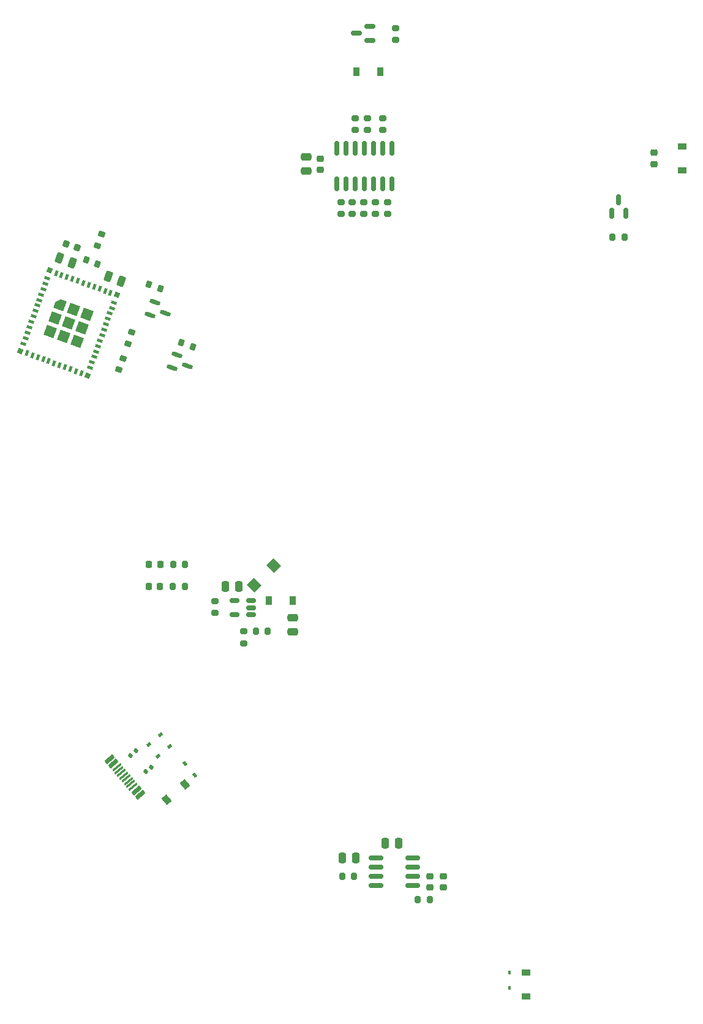
<source format=gbp>
G04 #@! TF.GenerationSoftware,KiCad,Pcbnew,6.0.11-2627ca5db0~126~ubuntu20.04.1*
G04 #@! TF.CreationDate,2023-02-06T20:23:24+01:00*
G04 #@! TF.ProjectId,Semafor,53656d61-666f-4722-9e6b-696361645f70,rev?*
G04 #@! TF.SameCoordinates,Original*
G04 #@! TF.FileFunction,Paste,Bot*
G04 #@! TF.FilePolarity,Positive*
%FSLAX46Y46*%
G04 Gerber Fmt 4.6, Leading zero omitted, Abs format (unit mm)*
G04 Created by KiCad (PCBNEW 6.0.11-2627ca5db0~126~ubuntu20.04.1) date 2023-02-06 20:23:24*
%MOMM*%
%LPD*%
G01*
G04 APERTURE LIST*
G04 Aperture macros list*
%AMRoundRect*
0 Rectangle with rounded corners*
0 $1 Rounding radius*
0 $2 $3 $4 $5 $6 $7 $8 $9 X,Y pos of 4 corners*
0 Add a 4 corners polygon primitive as box body*
4,1,4,$2,$3,$4,$5,$6,$7,$8,$9,$2,$3,0*
0 Add four circle primitives for the rounded corners*
1,1,$1+$1,$2,$3*
1,1,$1+$1,$4,$5*
1,1,$1+$1,$6,$7*
1,1,$1+$1,$8,$9*
0 Add four rect primitives between the rounded corners*
20,1,$1+$1,$2,$3,$4,$5,0*
20,1,$1+$1,$4,$5,$6,$7,0*
20,1,$1+$1,$6,$7,$8,$9,0*
20,1,$1+$1,$8,$9,$2,$3,0*%
%AMRotRect*
0 Rectangle, with rotation*
0 The origin of the aperture is its center*
0 $1 length*
0 $2 width*
0 $3 Rotation angle, in degrees counterclockwise*
0 Add horizontal line*
21,1,$1,$2,0,0,$3*%
%AMOutline5P*
0 Free polygon, 5 corners , with rotation*
0 The origin of the aperture is its center*
0 number of corners: always 5*
0 $1 to $10 corner X, Y*
0 $11 Rotation angle, in degrees counterclockwise*
0 create outline with 5 corners*
4,1,5,$1,$2,$3,$4,$5,$6,$7,$8,$9,$10,$1,$2,$11*%
%AMOutline6P*
0 Free polygon, 6 corners , with rotation*
0 The origin of the aperture is its center*
0 number of corners: always 6*
0 $1 to $12 corner X, Y*
0 $13 Rotation angle, in degrees counterclockwise*
0 create outline with 6 corners*
4,1,6,$1,$2,$3,$4,$5,$6,$7,$8,$9,$10,$11,$12,$1,$2,$13*%
%AMOutline7P*
0 Free polygon, 7 corners , with rotation*
0 The origin of the aperture is its center*
0 number of corners: always 7*
0 $1 to $14 corner X, Y*
0 $15 Rotation angle, in degrees counterclockwise*
0 create outline with 7 corners*
4,1,7,$1,$2,$3,$4,$5,$6,$7,$8,$9,$10,$11,$12,$13,$14,$1,$2,$15*%
%AMOutline8P*
0 Free polygon, 8 corners , with rotation*
0 The origin of the aperture is its center*
0 number of corners: always 8*
0 $1 to $16 corner X, Y*
0 $17 Rotation angle, in degrees counterclockwise*
0 create outline with 8 corners*
4,1,8,$1,$2,$3,$4,$5,$6,$7,$8,$9,$10,$11,$12,$13,$14,$15,$16,$1,$2,$17*%
G04 Aperture macros list end*
%ADD10RoundRect,0.200000X-0.275000X0.200000X-0.275000X-0.200000X0.275000X-0.200000X0.275000X0.200000X0*%
%ADD11R,0.900000X1.200000*%
%ADD12R,1.200000X0.900000*%
%ADD13RotRect,0.600000X0.450000X310.000000*%
%ADD14RoundRect,0.225000X0.296936X0.157969X-0.125926X0.311878X-0.296936X-0.157969X0.125926X-0.311878X0*%
%ADD15RoundRect,0.200000X0.200000X0.275000X-0.200000X0.275000X-0.200000X-0.275000X0.200000X-0.275000X0*%
%ADD16RoundRect,0.250000X-0.397383X-0.360849X0.072464X-0.531859X0.397383X0.360849X-0.072464X0.531859X0*%
%ADD17RoundRect,0.218750X0.218750X0.256250X-0.218750X0.256250X-0.218750X-0.256250X0.218750X-0.256250X0*%
%ADD18RoundRect,0.150000X0.150000X-0.587500X0.150000X0.587500X-0.150000X0.587500X-0.150000X-0.587500X0*%
%ADD19RoundRect,0.150000X-0.603372X0.059983X0.500766X-0.341891X0.603372X-0.059983X-0.500766X0.341891X0*%
%ADD20RoundRect,0.250000X0.397383X0.360849X-0.072464X0.531859X-0.397383X-0.360849X0.072464X-0.531859X0*%
%ADD21RotRect,0.600000X0.450000X220.000000*%
%ADD22RoundRect,0.250000X-0.475000X0.250000X-0.475000X-0.250000X0.475000X-0.250000X0.475000X0.250000X0*%
%ADD23RoundRect,0.200000X-0.281994X-0.190011X0.093883X-0.326819X0.281994X0.190011X-0.093883X0.326819X0*%
%ADD24RoundRect,0.218750X-0.256250X0.218750X-0.256250X-0.218750X0.256250X-0.218750X0.256250X0.218750X0*%
%ADD25RoundRect,0.200000X0.275000X-0.200000X0.275000X0.200000X-0.275000X0.200000X-0.275000X-0.200000X0*%
%ADD26RotRect,0.600000X1.450000X130.000000*%
%ADD27RotRect,0.300000X1.450000X130.000000*%
%ADD28RoundRect,0.200000X-0.200000X-0.275000X0.200000X-0.275000X0.200000X0.275000X-0.200000X0.275000X0*%
%ADD29RoundRect,0.200000X-0.190011X0.281994X-0.326819X-0.093883X0.190011X-0.281994X0.326819X0.093883X0*%
%ADD30R,0.450000X0.600000*%
%ADD31RoundRect,0.150000X-0.150000X0.825000X-0.150000X-0.825000X0.150000X-0.825000X0.150000X0.825000X0*%
%ADD32RoundRect,0.225000X-0.250000X0.225000X-0.250000X-0.225000X0.250000X-0.225000X0.250000X0.225000X0*%
%ADD33RotRect,0.800000X0.400000X250.000000*%
%ADD34RotRect,0.800000X0.400000X160.000000*%
%ADD35RotRect,1.450000X1.450000X250.000000*%
%ADD36Outline5P,-0.725000X0.725000X0.725000X0.725000X0.725000X-0.725000X-0.125004X-0.725000X-0.725000X-0.125004X250.000000*%
%ADD37RotRect,0.700000X0.700000X250.000000*%
%ADD38RoundRect,0.150000X0.587500X0.150000X-0.587500X0.150000X-0.587500X-0.150000X0.587500X-0.150000X0*%
%ADD39RoundRect,0.135000X0.015500X-0.228495X0.222332X-0.054942X-0.015500X0.228495X-0.222332X0.054942X0*%
%ADD40RoundRect,0.250000X0.250000X0.475000X-0.250000X0.475000X-0.250000X-0.475000X0.250000X-0.475000X0*%
%ADD41RoundRect,0.150000X0.512500X0.150000X-0.512500X0.150000X-0.512500X-0.150000X0.512500X-0.150000X0*%
%ADD42RoundRect,0.162500X-0.825000X-0.162500X0.825000X-0.162500X0.825000X0.162500X-0.825000X0.162500X0*%
%ADD43RoundRect,0.250000X-0.250000X-0.475000X0.250000X-0.475000X0.250000X0.475000X-0.250000X0.475000X0*%
%ADD44RotRect,0.900000X1.200000X220.000000*%
%ADD45RotRect,1.500000X1.400000X135.000000*%
G04 APERTURE END LIST*
D10*
G04 #@! TO.C,R17*
X-119750000Y148750000D03*
X-119750000Y147100000D03*
G04 #@! TD*
G04 #@! TO.C,R18*
X-115950000Y148725000D03*
X-115950000Y147075000D03*
G04 #@! TD*
D11*
G04 #@! TO.C,D17*
X-128362500Y82075000D03*
X-131662500Y82075000D03*
G04 #@! TD*
D12*
G04 #@! TO.C,D23*
X-96100000Y30700000D03*
X-96100000Y27400000D03*
G04 #@! TD*
D13*
G04 #@! TO.C,D18*
X-143274927Y59604347D03*
X-141925073Y57995653D03*
G04 #@! TD*
D14*
G04 #@! TO.C,C9*
X-158230798Y130834244D03*
X-159687322Y131364376D03*
G04 #@! TD*
D15*
G04 #@! TO.C,R15*
X-82550595Y132275000D03*
X-84200595Y132275000D03*
G04 #@! TD*
D10*
G04 #@! TO.C,R16*
X-118050000Y148725000D03*
X-118050000Y147075000D03*
G04 #@! TD*
G04 #@! TO.C,R23*
X-116950000Y137125000D03*
X-116950000Y135475000D03*
G04 #@! TD*
D16*
G04 #@! TO.C,C2*
X-153851768Y126874229D03*
X-152066352Y126224391D03*
G04 #@! TD*
D17*
G04 #@! TO.C,D16*
X-146737500Y84025000D03*
X-148312500Y84025000D03*
G04 #@! TD*
D18*
G04 #@! TO.C,Q4*
X-82375595Y135612500D03*
X-84275595Y135612500D03*
X-83325595Y137487500D03*
G04 #@! TD*
D19*
G04 #@! TO.C,Q1*
X-148114941Y121527246D03*
X-147465103Y123312662D03*
X-146028098Y121778666D03*
G04 #@! TD*
D15*
G04 #@! TO.C,R8*
X-119900000Y43975000D03*
X-121550000Y43975000D03*
G04 #@! TD*
D20*
G04 #@! TO.C,C8*
X-158866352Y128774391D03*
X-160651768Y129424229D03*
G04 #@! TD*
D10*
G04 #@! TO.C,R22*
X-120150000Y137125000D03*
X-120150000Y135475000D03*
G04 #@! TD*
D21*
G04 #@! TO.C,D19*
X-146695653Y63549927D03*
X-148304347Y62200073D03*
G04 #@! TD*
D22*
G04 #@! TO.C,C14*
X-128387500Y79700000D03*
X-128387500Y77800000D03*
G04 #@! TD*
D23*
G04 #@! TO.C,R25*
X-143784306Y117731477D03*
X-142233814Y117167143D03*
G04 #@! TD*
D24*
G04 #@! TO.C,D14*
X-109425000Y44000000D03*
X-109425000Y42425000D03*
G04 #@! TD*
D25*
G04 #@! TO.C,R9*
X-135187500Y76200000D03*
X-135187500Y77850000D03*
G04 #@! TD*
D26*
G04 #@! TO.C,J1*
X-149512290Y55210431D03*
X-150026521Y55823267D03*
D27*
X-150797866Y56742520D03*
X-151440653Y57508565D03*
X-151762047Y57891587D03*
X-152404835Y58657631D03*
D26*
X-153176180Y59576885D03*
X-153690410Y60189720D03*
X-153690410Y60189720D03*
X-153176180Y59576885D03*
D27*
X-152726229Y59040654D03*
X-152083441Y58274609D03*
X-151119260Y57125543D03*
X-150476472Y56359498D03*
D26*
X-150026521Y55823267D03*
X-149512290Y55210431D03*
G04 #@! TD*
D24*
G04 #@! TO.C,D13*
X-107575000Y44012500D03*
X-107575000Y42437500D03*
G04 #@! TD*
D28*
G04 #@! TO.C,R11*
X-144937500Y87050000D03*
X-143287500Y87050000D03*
G04 #@! TD*
D11*
G04 #@! TO.C,D21*
X-116325000Y155170000D03*
X-119625000Y155170000D03*
G04 #@! TD*
D10*
G04 #@! TO.C,R14*
X-114175000Y161170000D03*
X-114175000Y159520000D03*
G04 #@! TD*
D29*
G04 #@! TO.C,R1*
X-150626893Y119149556D03*
X-151191227Y117599064D03*
G04 #@! TD*
D30*
G04 #@! TO.C,D25*
X-98400000Y28600000D03*
X-98400000Y30700000D03*
G04 #@! TD*
D31*
G04 #@! TO.C,U5*
X-122310000Y144575000D03*
X-121040000Y144575000D03*
X-119770000Y144575000D03*
X-118500000Y144575000D03*
X-117230000Y144575000D03*
X-115960000Y144575000D03*
X-114690000Y144575000D03*
X-114690000Y139625000D03*
X-115960000Y139625000D03*
X-117230000Y139625000D03*
X-118500000Y139625000D03*
X-119770000Y139625000D03*
X-121040000Y139625000D03*
X-122310000Y139625000D03*
G04 #@! TD*
D32*
G04 #@! TO.C,C4*
X-124550000Y143124286D03*
X-124550000Y141574286D03*
G04 #@! TD*
D33*
G04 #@! TO.C,U1*
X-161112742Y127338122D03*
X-160360988Y127064506D03*
X-159609233Y126790890D03*
X-158857479Y126517274D03*
X-158105725Y126243658D03*
X-157353971Y125970041D03*
X-156602217Y125696425D03*
X-155850463Y125422809D03*
X-155098709Y125149193D03*
X-154346955Y124875577D03*
X-153595201Y124601961D03*
D34*
X-153125699Y123260481D03*
X-153399316Y122508727D03*
X-153672932Y121756973D03*
X-153946548Y121005219D03*
X-154220164Y120253464D03*
X-154493780Y119501710D03*
X-154767396Y118749956D03*
X-155041012Y117998202D03*
X-155314628Y117246448D03*
X-155588245Y116494694D03*
X-155861861Y115742940D03*
X-156135477Y114991186D03*
X-156409093Y114239432D03*
D33*
X-157631038Y113513588D03*
X-158382792Y113787204D03*
X-159134547Y114060820D03*
X-159886301Y114334436D03*
X-160638055Y114608052D03*
X-161389809Y114881669D03*
X-162141563Y115155285D03*
X-162893317Y115428901D03*
X-163645071Y115702517D03*
X-164396825Y115976133D03*
X-165148579Y116249749D03*
D34*
X-165618081Y117591229D03*
X-165344464Y118342983D03*
X-165070848Y119094737D03*
X-164797232Y119846491D03*
X-164523616Y120598246D03*
X-164250000Y121350000D03*
X-163976384Y122101754D03*
X-163702768Y122853508D03*
X-163429152Y123605262D03*
X-163155535Y124357016D03*
X-162881919Y125108770D03*
X-162608303Y125860524D03*
X-162334687Y126612278D03*
D35*
X-159371890Y120425855D03*
X-161903273Y119245452D03*
X-161227783Y121101345D03*
X-160047380Y118569962D03*
X-158191487Y117894472D03*
X-157515997Y119750365D03*
X-158696400Y122281748D03*
X-156840507Y121606258D03*
D36*
X-160552293Y122957238D03*
D37*
X-166058388Y116527684D03*
X-156755431Y113141684D03*
X-152685392Y124324026D03*
X-161988349Y127710026D03*
G04 #@! TD*
D23*
G04 #@! TO.C,R4*
X-148259306Y125731477D03*
X-146708814Y125167143D03*
G04 #@! TD*
D22*
G04 #@! TO.C,C3*
X-126500000Y143349286D03*
X-126500000Y141449286D03*
G04 #@! TD*
D10*
G04 #@! TO.C,R13*
X-139162500Y82025000D03*
X-139162500Y80375000D03*
G04 #@! TD*
D28*
G04 #@! TO.C,R10*
X-133512500Y77875000D03*
X-131862500Y77875000D03*
G04 #@! TD*
D38*
G04 #@! TO.C,Q3*
X-117737500Y161395000D03*
X-117737500Y159495000D03*
X-119612500Y160445000D03*
G04 #@! TD*
D39*
G04 #@! TO.C,R3*
X-150840683Y60672178D03*
X-150059317Y61327822D03*
G04 #@! TD*
D40*
G04 #@! TO.C,C10*
X-113725000Y48525000D03*
X-115625000Y48525000D03*
G04 #@! TD*
D29*
G04 #@! TO.C,R7*
X-151851893Y115524556D03*
X-152416227Y113974064D03*
G04 #@! TD*
D32*
G04 #@! TO.C,C25*
X-78475595Y143950000D03*
X-78475595Y142400000D03*
G04 #@! TD*
D40*
G04 #@! TO.C,C1*
X-119675000Y46525000D03*
X-121575000Y46525000D03*
G04 #@! TD*
D25*
G04 #@! TO.C,R21*
X-115300000Y135475000D03*
X-115300000Y137125000D03*
G04 #@! TD*
D41*
G04 #@! TO.C,U3*
X-134150000Y82050000D03*
X-134150000Y81100000D03*
X-134150000Y80150000D03*
X-136425000Y80150000D03*
X-136425000Y82050000D03*
G04 #@! TD*
D42*
G04 #@! TO.C,U2*
X-116912500Y42720000D03*
X-116912500Y43990000D03*
X-116912500Y45260000D03*
X-116912500Y46530000D03*
X-111837500Y46530000D03*
X-111837500Y45260000D03*
X-111837500Y43990000D03*
X-111837500Y42720000D03*
G04 #@! TD*
D39*
G04 #@! TO.C,R2*
X-148740683Y58422178D03*
X-147959317Y59077822D03*
G04 #@! TD*
D43*
G04 #@! TO.C,C13*
X-137737500Y84075000D03*
X-135837500Y84075000D03*
G04 #@! TD*
D21*
G04 #@! TO.C,D20*
X-145395653Y61949927D03*
X-147004347Y60600073D03*
G04 #@! TD*
D17*
G04 #@! TO.C,D15*
X-146725000Y87075000D03*
X-148300000Y87075000D03*
G04 #@! TD*
D23*
G04 #@! TO.C,R5*
X-156934306Y129131477D03*
X-155383814Y128567143D03*
G04 #@! TD*
D28*
G04 #@! TO.C,R12*
X-144975000Y84050000D03*
X-143325000Y84050000D03*
G04 #@! TD*
G04 #@! TO.C,R6*
X-111100000Y40775000D03*
X-109450000Y40775000D03*
G04 #@! TD*
D44*
G04 #@! TO.C,D24*
X-143336027Y56710600D03*
X-145863973Y54589400D03*
G04 #@! TD*
D19*
G04 #@! TO.C,Q2*
X-145064941Y114227246D03*
X-144415103Y116012662D03*
X-142978098Y114478666D03*
G04 #@! TD*
D29*
G04 #@! TO.C,R24*
X-154826893Y132699556D03*
X-155391227Y131149064D03*
G04 #@! TD*
D45*
G04 #@! TO.C,L1*
X-131019000Y86893500D03*
X-133706000Y84206500D03*
G04 #@! TD*
D10*
G04 #@! TO.C,R20*
X-118550000Y137125000D03*
X-118550000Y135475000D03*
G04 #@! TD*
G04 #@! TO.C,R19*
X-121750000Y137124286D03*
X-121750000Y135474286D03*
G04 #@! TD*
D12*
G04 #@! TO.C,D22*
X-74550595Y144825000D03*
X-74550595Y141525000D03*
G04 #@! TD*
M02*

</source>
